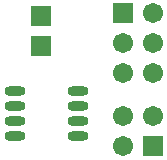
<source format=gbs>
G04 Layer_Color=16711935*
%FSLAX44Y44*%
%MOMM*%
G71*
G01*
G75*
%ADD26R,1.7272X1.7272*%
%ADD27R,1.7032X1.7032*%
%ADD28C,1.7032*%
%ADD29O,1.8032X0.8032*%
D26*
X40000Y107500D02*
D03*
Y132900D02*
D03*
D27*
X135000Y22500D02*
D03*
X110000Y135000D02*
D03*
D28*
X109600Y22500D02*
D03*
X135000Y47900D02*
D03*
X109600D02*
D03*
X135400Y84200D02*
D03*
X110000D02*
D03*
X135400Y109600D02*
D03*
X110000D02*
D03*
X135400Y135000D02*
D03*
D29*
X72000Y69050D02*
D03*
Y56350D02*
D03*
Y43650D02*
D03*
Y30950D02*
D03*
X18000Y69050D02*
D03*
Y56350D02*
D03*
Y43650D02*
D03*
Y30950D02*
D03*
M02*

</source>
